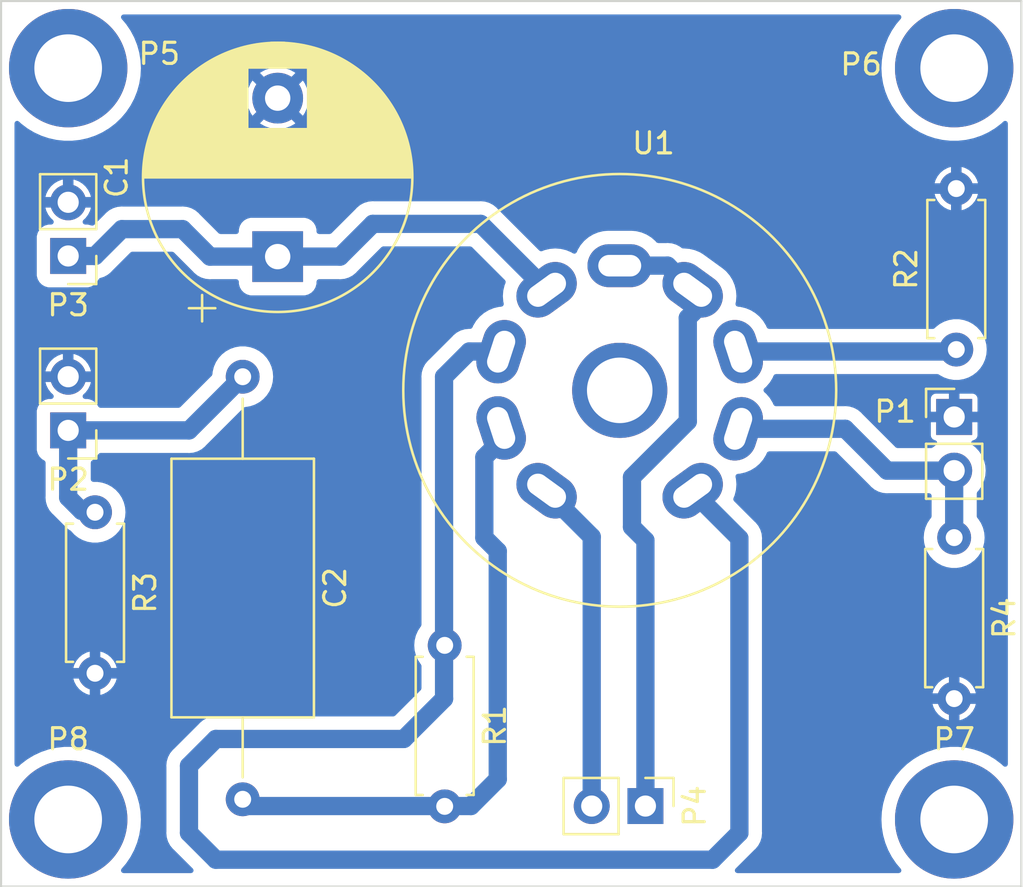
<source format=kicad_pcb>
(kicad_pcb (version 20231231) (generator "pcbnew") (generator_version "7.99")
  (layers (0 "F.Cu" signal "Dessus") (31 "B.Cu" signal "Dessous") (34 "B.Paste" user) (35 "F.Paste" user) (36 "B.SilkS" user "B.Silkscreen") (37 "F.SilkS" user "F.Silkscreen") (38 "B.Mask" user) (39 "F.Mask" user) (44 "Edge.Cuts" user))
  (net 0 "")
  (net 1 "GND")
  (net 2 "Net-(P3-P1)")
  (net 3 "Net-(P2-P1)")
  (net 4 "Net-(U1A-K)")
  (net 5 "Net-(P1-PM)")
  (net 6 "Net-(P4-P1)")
  (net 7 "Net-(P4-PM)")
  (net 8 "Net-(U1A-G)")
  (net 9 "Net-(U1B-K)")
  (footprint "Capacitor_THT:CP_Radial_D12.5mm_P7.50mm" (layer "F.Cu") (at 133.1 102.9 90)
    (property "Reference" "C1" (at 3.75 -7.62 90) (layer "F.SilkS"))
    (property "Value" "10uF")
    (fp_line (start 3.83 -6.33) (end 3.83 6.33) (stroke (width 0.12)) (layer "F.SilkS"))
    (fp_line (start 3.79 -6.33) (end 3.79 6.33) (stroke (width 0.12)) (layer "F.SilkS"))
    (fp_line (start 3.75 -6.33) (end 3.75 6.33) (stroke (width 0.12)) (layer "F.SilkS"))
    (fp_line (start 3.87 -6.329) (end 3.87 6.329) (stroke (width 0.12)) (layer "F.SilkS"))
    (fp_line (start 3.91 -6.328) (end 3.91 6.328) (stroke (width 0.12)) (layer "F.SilkS"))
    (fp_line (start 3.95 -6.327) (end 3.95 6.327) (stroke (width 0.12)) (layer "F.SilkS"))
    (fp_line (start 3.99 -6.326) (end 3.99 6.326) (stroke (width 0.12)) (layer "F.SilkS"))
    (fp_line (start 4.03 -6.324) (end 4.03 6.324) (stroke (width 0.12)) (layer "F.SilkS"))
    (fp_line (start 4.07 -6.322) (end 4.07 6.322) (stroke (width 0.12)) (layer "F.SilkS"))
    (fp_line (start 4.11 -6.32) (end 4.11 6.32) (stroke (width 0.12)) (layer "F.SilkS"))
    (fp_line (start 4.15 -6.318) (end 4.15 6.318) (stroke (width 0.12)) (layer "F.SilkS"))
    (fp_line (start 4.19 -6.315) (end 4.19 6.315) (stroke (width 0.12)) (layer "F.SilkS"))
    (fp_line (start 4.23 -6.312) (end 4.23 6.312) (stroke (width 0.12)) (layer "F.SilkS"))
    (fp_line (start 4.27 -6.309) (end 4.27 6.309) (stroke (width 0.12)) (layer "F.SilkS"))
    (fp_line (start 4.31 -6.306) (end 4.31 6.306) (stroke (width 0.12)) (layer "F.SilkS"))
    (fp_line (start 4.35 -6.302) (end 4.35 6.302) (stroke (width 0.12)) (layer "F.SilkS"))
    (fp_line (start 4.39 -6.298) (end 4.39 6.298) (stroke (width 0.12)) (layer "F.SilkS"))
    (fp_line (start 4.43 -6.294) (end 4.43 6.294) (stroke (width 0.12)) (layer "F.SilkS"))
    (fp_line (start 4.471 -6.29) (end 4.471 6.29) (stroke (width 0.12)) (layer "F.SilkS"))
    (fp_line (start 4.511 -6.285) (end 4.511 6.285) (stroke (width 0.12)) (layer "F.SilkS"))
    (fp_line (start 4.551 -6.28) (end 4.551 6.28) (stroke (width 0.12)) (layer "F.SilkS"))
    (fp_line (start 4.591 -6.275) (end 4.591 6.275) (stroke (width 0.12)) (layer "F.SilkS"))
    (fp_line (start 4.631 -6.269) (end 4.631 6.269) (stroke (width 0.12)) (layer "F.SilkS"))
    (fp_line (start 4.671 -6.264) (end 4.671 6.264) (stroke (width 0.12)) (layer "F.SilkS"))
    (fp_line (start 4.711 -6.258) (end 4.711 6.258) (stroke (width 0.12)) (layer "F.SilkS"))
    (fp_line (start 4.751 -6.252) (end 4.751 6.252) (stroke (width 0.12)) (layer "F.SilkS"))
    (fp_line (start 4.791 -6.245) (end 4.791 6.245) (stroke (width 0.12)) (layer "F.SilkS"))
    (fp_line (start 4.831 -6.238) (end 4.831 6.238) (stroke (width 0.12)) (layer "F.SilkS"))
    (fp_line (start 4.871 -6.231) (end 4.871 6.231) (stroke (width 0.12)) (layer "F.SilkS"))
    (fp_line (start 4.911 -6.224) (end 4.911 6.224) (stroke (width 0.12)) (layer "F.SilkS"))
    (fp_line (start 4.951 -6.216) (end 4.951 6.216) (stroke (width 0.12)) (layer "F.SilkS"))
    (fp_line (start 4.991 -6.209) (end 4.991 6.209) (stroke (width 0.12)) (layer "F.SilkS"))
    (fp_line (start 5.031 -6.201) (end 5.031 6.201) (stroke (width 0.12)) (layer "F.SilkS"))
    (fp_line (start 5.071 -6.192) (end 5.071 6.192) (stroke (width 0.12)) (layer "F.SilkS"))
    (fp_line (start 5.111 -6.184) (end 5.111 6.184) (stroke (width 0.12)) (layer "F.SilkS"))
    (fp_line (start 5.151 -6.175) (end 5.151 6.175) (stroke (width 0.12)) (layer "F.SilkS"))
    (fp_line (start 5.191 -6.166) (end 5.191 6.166) (stroke (width 0.12)) (layer "F.SilkS"))
    (fp_line (start 5.231 -6.156) (end 5.231 6.156) (stroke (width 0.12)) (layer "F.SilkS"))
    (fp_line (start 5.271 -6.146) (end 5.271 6.146) (stroke (width 0.12)) (layer "F.SilkS"))
    (fp_line (start 5.311 -6.137) (end 5.311 6.137) (stroke (width 0.12)) (layer "F.SilkS"))
    (fp_line (start 5.351 -6.126) (end 5.351 6.126) (stroke (width 0.12)) (layer "F.SilkS"))
    (fp_line (start 5.391 -6.116) (end 5.391 6.116) (stroke (width 0.12)) (layer "F.SilkS"))
    (fp_line (start 5.431 -6.105) (end 5.431 6.105) (stroke (width 0.12)) (layer "F.SilkS"))
    (fp_line (start 5.471 -6.094) (end 5.471 6.094) (stroke (width 0.12)) (layer "F.SilkS"))
    (fp_line (start 5.511 -6.083) (end 5.511 6.083) (stroke (width 0.12)) (layer "F.SilkS"))
    (fp_line (start 5.551 -6.071) (end 5.551 6.071) (stroke (width 0.12)) (layer "F.SilkS"))
    (fp_line (start 5.591 -6.059) (end 5.591 6.059) (stroke (width 0.12)) (layer "F.SilkS"))
    (fp_line (start 5.631 -6.047) (end 5.631 6.047) (stroke (width 0.12)) (layer "F.SilkS"))
    (fp_line (start 5.671 -6.034) (end 5.671 6.034) (stroke (width 0.12)) (layer "F.SilkS"))
    (fp_line (start 5.711 -6.021) (end 5.711 6.021) (stroke (width 0.12)) (layer "F.SilkS"))
    (fp_line (start 5.751 -6.008) (end 5.751 6.008) (stroke (width 0.12)) (layer "F.SilkS"))
    (fp_line (start 5.791 -5.995) (end 5.791 5.995) (stroke (width 0.12)) (layer "F.SilkS"))
    (fp_line (start 5.831 -5.981) (end 5.831 5.981) (stroke (width 0.12)) (layer "F.SilkS"))
    (fp_line (start 5.871 -5.967) (end 5.871 5.967) (stroke (width 0.12)) (layer "F.SilkS"))
    (fp_line (start 5.911 -5.953) (end 5.911 5.953) (stroke (width 0.12)) (layer "F.SilkS"))
    (fp_line (start 5.951 -5.939) (end 5.951 5.939) (stroke (width 0.12)) (layer "F.SilkS"))
    (fp_line (start 5.991 -5.924) (end 5.991 5.924) (stroke (width 0.12)) (layer "F.SilkS"))
    (fp_line (start 6.031 -5.908) (end 6.031 5.908) (stroke (width 0.12)) (layer "F.SilkS"))
    (fp_line (start 6.071 -5.893) (end 6.071 -1.44) (stroke (width 0.12)) (layer "F.SilkS"))
    (fp_line (start 6.111 -5.877) (end 6.111 -1.44) (stroke (width 0.12)) (layer "F.SilkS"))
    (fp_line (start 6.151 -5.861) (end 6.151 -1.44) (stroke (width 0.12)) (layer "F.SilkS"))
    (fp_line (start 6.191 -5.845) (end 6.191 -1.44) (stroke (width 0.12)) (layer "F.SilkS"))
    (fp_line (start 6.231 -5.828) (end 6.231 -1.44) (stroke (width 0.12)) (layer "F.SilkS"))
    (fp_line (start 6.271 -5.811) (end 6.271 -1.44) (stroke (width 0.12)) (layer "F.SilkS"))
    (fp_line (start 6.311 -5.793) (end 6.311 -1.44) (stroke (width 0.12)) (layer "F.SilkS"))
    (fp_line (start 6.351 -5.776) (end 6.351 -1.44) (stroke (width 0.12)) (layer "F.SilkS"))
    (fp_line (start 6.391 -5.758) (end 6.391 -1.44) (stroke (width 0.12)) (layer "F.SilkS"))
    (fp_line (start 6.431 -5.739) (end 6.431 -1.44) (stroke (width 0.12)) (layer "F.SilkS"))
    (fp_line (start 6.471 -5.721) (end 6.471 -1.44) (stroke (width 0.12)) (layer "F.SilkS"))
    (fp_line (start 6.511 -5.702) (end 6.511 -1.44) (stroke (width 0.12)) (layer "F.SilkS"))
    (fp_line (start 6.551 -5.682) (end 6.551 -1.44) (stroke (width 0.12)) (layer "F.SilkS"))
    (fp_line (start 6.591 -5.662) (end 6.591 -1.44) (stroke (width 0.12)) (layer "F.SilkS"))
    (fp_line (start 6.631 -5.642) (end 6.631 -1.44) (stroke (width 0.12)) (layer "F.SilkS"))
    (fp_line (start 6.671 -5.622) (end 6.671 -1.44) (stroke (width 0.12)) (layer "F.SilkS"))
    (fp_line (start 6.711 -5.601) (end 6.711 -1.44) (stroke (width 0.12)) (layer "F.SilkS"))
    (fp_line (start 6.751 -5.58) (end 6.751 -1.44) (stroke (width 0.12)) (layer "F.SilkS"))
    (fp_line (start 6.791 -5.558) (end 6.791 -1.44) (stroke (width 0.12)) (layer "F.SilkS"))
    (fp_line (start 6.831 -5.536) (end 6.831 -1.44) (stroke (width 0.12)) (layer "F.SilkS"))
    (fp_line (start 6.871 -5.514) (end 6.871 -1.44) (stroke (width 0.12)) (layer "F.SilkS"))
    (fp_line (start 6.911 -5.491) (end 6.911 -1.44) (stroke (width 0.12)) (layer "F.SilkS"))
    (fp_line (start 6.951 -5.468) (end 6.951 -1.44) (stroke (width 0.12)) (layer "F.SilkS"))
    (fp_line (start 6.991 -5.445) (end 6.991 -1.44) (stroke (width 0.12)) (layer "F.SilkS"))
    (fp_line (start 7.031 -5.421) (end 7.031 -1.44) (stroke (width 0.12)) (layer "F.SilkS"))
    (fp_line (start 7.071 -5.397) (end 7.071 -1.44) (stroke (width 0.12)) (layer "F.SilkS"))
    (fp_line (start 7.111 -5.372) (end 7.111 -1.44) (stroke (width 0.12)) (layer "F.SilkS"))
    (fp_line (start 7.151 -5.347) (end 7.151 -1.44) (stroke (width 0.12)) (layer "F.SilkS"))
    (fp_line (start 7.191 -5.322) (end 7.191 -1.44) (stroke (width 0.12)) (layer "F.SilkS"))
    (fp_line (start 7.231 -5.296) (end 7.231 -1.44) (stroke (width 0.12)) (layer "F.SilkS"))
    (fp_line (start 7.271 -5.27) (end 7.271 -1.44) (stroke (width 0.12)) (layer "F.SilkS"))
    (fp_line (start 7.311 -5.243) (end 7.311 -1.44) (stroke (width 0.12)) (layer "F.SilkS"))
    (fp_line (start 7.351 -5.216) (end 7.351 -1.44) (stroke (width 0.12)) (layer "F.SilkS"))
    (fp_line (start 7.391 -5.188) (end 7.391 -1.44) (stroke (width 0.12)) (layer "F.SilkS"))
    (fp_line (start 7.431 -5.16) (end 7.431 -1.44) (stroke (width 0.12)) (layer "F.SilkS"))
    (fp_line (start 7.471 -5.131) (end 7.471 -1.44) (stroke (width 0.12)) (layer "F.SilkS"))
    (fp_line (start 7.511 -5.102) (end 7.511 -1.44) (stroke (width 0.12)) (layer "F.SilkS"))
    (fp_line (start 7.551 -5.073) (end 7.551 -1.44) (stroke (width 0.12)) (layer "F.SilkS"))
    (fp_line (start 7.591 -5.043) (end 7.591 -1.44) (stroke (width 0.12)) (layer "F.SilkS"))
    (fp_line (start 7.631 -5.012) (end 7.631 -1.44) (stroke (width 0.12)) (layer "F.SilkS"))
    (fp_line (start 7.671 -4.982) (end 7.671 -1.44) (stroke (width 0.12)) (layer "F.SilkS"))
    (fp_line (start 7.711 -4.95) (end 7.711 -1.44) (stroke (width 0.12)) (layer "F.SilkS"))
    (fp_line (start 7.751 -4.918) (end 7.751 -1.44) (stroke (width 0.12)) (layer "F.SilkS"))
    (fp_line (start 7.791 -4.885) (end 7.791 -1.44) (stroke (width 0.12)) (layer "F.SilkS"))
    (fp_line (start 7.831 -4.852) (end 7.831 -1.44) (stroke (width 0.12)) (layer "F.SilkS"))
    (fp_line (start 7.871 -4.819) (end 7.871 -1.44) (stroke (width 0.12)) (layer "F.SilkS"))
    (fp_line (start 7.911 -4.785) (end 7.911 -1.44) (stroke (width 0.12)) (layer "F.SilkS"))
    (fp_line (start 7.951 -4.75) (end 7.951 -1.44) (stroke (width 0.12)) (layer "F.SilkS"))
    (fp_line (start 7.991 -4.714) (end 7.991 -1.44) (stroke (width 0.12)) (layer "F.SilkS"))
    (fp_line (start 8.031 -4.678) (end 8.031 -1.44) (stroke (width 0.12)) (layer "F.SilkS"))
    (fp_line (start 8.071 -4.642) (end 8.071 -1.44) (stroke (width 0.12)) (layer "F.SilkS"))
    (fp_line (start 8.111 -4.605) (end 8.111 -1.44) (stroke (width 0.12)) (layer "F.SilkS"))
    (fp_line (start 8.151 -4.567) (end 8.151 -1.44) (stroke (width 0.12)) (layer "F.SilkS"))
    (fp_line (start 8.191 -4.528) (end 8.191 -1.44) (stroke (width 0.12)) (layer "F.SilkS"))
    (fp_line (start 8.231 -4.489) (end 8.231 -1.44) (stroke (width 0.12)) (layer "F.SilkS"))
    (fp_line (start 8.271 -4.449) (end 8.271 -1.44) (stroke (width 0.12)) (layer "F.SilkS"))
    (fp_line (start 8.311 -4.408) (end 8.311 -1.44) (stroke (width 0.12)) (layer "F.SilkS"))
    (fp_line (start 8.351 -4.367) (end 8.351 -1.44) (stroke (width 0.12)) (layer "F.SilkS"))
    (fp_line (start 8.391 -4.325) (end 8.391 -1.44) (stroke (width 0.12)) (layer "F.SilkS"))
    (fp_line (start 8.431 -4.282) (end 8.431 -1.44) (stroke (width 0.12)) (layer "F.SilkS"))
    (fp_line (start 8.471 -4.238) (end 8.471 -1.44) (stroke (width 0.12)) (layer "F.SilkS"))
    (fp_line (start -2.442082 -4.2) (end -2.442082 -2.95) (stroke (width 0.12)) (layer "F.SilkS"))
    (fp_line (start 8.511 -4.194) (end 8.511 -1.44) (stroke (width 0.12)) (layer "F.SilkS"))
    (fp_line (start 8.551 -4.148) (end 8.551 -1.44) (stroke (width 0.12)) (layer "F.SilkS"))
    (fp_line (start 8.591 -4.102) (end 8.591 -1.44) (stroke (width 0.12)) (layer "F.SilkS"))
    (fp_line (start 8.631 -4.055) (end 8.631 -1.44) (stroke (width 0.12)) (layer "F.SilkS"))
    (fp_line (start 8.671 -4.007) (end 8.671 -1.44) (stroke (width 0.12)) (layer "F.SilkS"))
    (fp_line (start 8.711 -3.957) (end 8.711 -1.44) (stroke (width 0.12)) (layer "F.SilkS"))
    (fp_line (start 8.751 -3.907) (end 8.751 -1.44) (stroke (width 0.12)) (layer "F.SilkS"))
    (fp_line (start 8.791 -3.856) (end 8.791 -1.44) (stroke (width 0.12)) (layer "F.SilkS"))
    (fp_line (start 8.831 -3.804) (end 8.831 -1.44) (stroke (width 0.12)) (layer "F.SilkS"))
    (fp_line (start 8.871 -3.75) (end 8.871 -1.44) (stroke (width 0.12)) (layer "F.SilkS"))
    (fp_line (start 8.911 -3.696) (end 8.911 -1.44) (stroke (width 0.12)) (layer "F.SilkS"))
    (fp_line (start 8.951 -3.64) (end 8.951 3.64) (stroke (width 0.12)) (layer "F.SilkS"))
    (fp_line (start 8.991 -3.583) (end 8.991 3.583) (stroke (width 0.12)) (layer "F.SilkS"))
    (fp_line (start -3.067082 -3.575) (end -1.817082 -3.575) (stroke (width 0.12)) (layer "F.SilkS"))
    (fp_line (start 9.031 -3.524) (end 9.031 3.524) (stroke (width 0.12)) (layer "F.SilkS"))
    (fp_line (start 9.071 -3.464) (end 9.071 3.464) (stroke (width 0.12)) (layer "F.SilkS"))
    (fp_line (start 9.111 -3.402) (end 9.111 3.402) (stroke (width 0.12)) (layer "F.SilkS"))
    (fp_line (start 9.151 -3.339) (end 9.151 3.339) (stroke (width 0.12)) (layer "F.SilkS"))
    (fp_line (start 9.191 -3.275) (end 9.191 3.275) (stroke (width 0.12)) (layer "F.SilkS"))
    (fp_line (start 9.231 -3.208) (end 9.231 3.208) (stroke (width 0.12)) (layer "F.SilkS"))
    (fp_line (start 9.271 -3.14) (end 9.271 3.14) (stroke (width 0.12)) (layer "F.SilkS"))
    (fp_line (start 9.311 -3.069) (end 9.311 3.069) (stroke (width 0.12)) (layer "F.SilkS"))
    (fp_line (start 9.351 -2.996) (end 9.351 2.996) (stroke (width 0.12)) (layer "F.SilkS"))
    (fp_line (start 9.391 -2.921) (end 9.391 2.921) (stroke (width 0.12)) (layer "F.SilkS"))
    (fp_line (start 9.431 -2.844) (end 9.431 2.844) (stroke (width 0.12)) (layer "F.SilkS"))
    (fp_line (start 9.471 -2.764) (end 9.471 2.764) (stroke (width 0.12)) (layer "F.SilkS"))
    (fp_line (start 9.511 -2.681) (end 9.511 2.681) (stroke (width 0.12)) (layer "F.SilkS"))
    (fp_line (start 9.551 -2.594) (end 9.551 2.594) (stroke (width 0.12)) (layer "F.SilkS"))
    (fp_line (start 9.591 -2.504) (end 9.591 2.504) (stroke (width 0.12)) (layer "F.SilkS"))
    (fp_line (start 9.631 -2.41) (end 9.631 2.41) (stroke (width 0.12)) (layer "F.SilkS"))
    (fp_line (start 9.671 -2.312) (end 9.671 2.312) (stroke (width 0.12)) (layer "F.SilkS"))
    (fp_line (start 9.711 -2.209) (end 9.711 2.209) (stroke (width 0.12)) (layer "F.SilkS"))
    (fp_line (start 9.751 -2.1) (end 9.751 2.1) (stroke (width 0.12)) (layer "F.SilkS"))
    (fp_line (start 9.791 -1.984) (end 9.791 1.984) (stroke (width 0.12)) (layer "F.SilkS"))
    (fp_line (start 9.831 -1.861) (end 9.831 1.861) (stroke (width 0.12)) (layer "F.SilkS"))
    (fp_line (start 9.871 -1.728) (end 9.871 1.728) (stroke (width 0.12)) (layer "F.SilkS"))
    (fp_line (start 9.911 -1.583) (end 9.911 1.583) (stroke (width 0.12)) (layer "F.SilkS"))
    (fp_line (start 9.951 -1.422) (end 9.951 1.422) (stroke (width 0.12)) (layer "F.SilkS"))
    (fp_line (start 9.991 -1.241) (end 9.991 1.241) (stroke (width 0.12)) (layer "F.SilkS"))
    (fp_line (start 10.031 -1.028) (end 10.031 1.028) (stroke (width 0.12)) (layer "F.SilkS"))
    (fp_line (start 10.071 -0.757) (end 10.071 0.757) (stroke (width 0.12)) (layer "F.SilkS"))
    (fp_line (start 10.111 -0.317) (end 10.111 0.317) (stroke (width 0.12)) (layer "F.SilkS"))
    (fp_line (start 8.911 1.44) (end 8.911 3.696) (stroke (width 0.12)) (layer "F.SilkS"))
    (fp_line (start 8.871 1.44) (end 8.871 3.75) (stroke (width 0.12)) (layer "F.SilkS"))
    (fp_line (start 8.831 1.44) (end 8.831 3.804) (stroke (width 0.12)) (layer "F.SilkS"))
    (fp_line (start 8.791 1.44) (end 8.791 3.856) (stroke (width 0.12)) (layer "F.SilkS"))
    (fp_line (start 8.751 1.44) (end 8.751 3.907) (stroke (width 0.12)) (layer "F.SilkS"))
    (fp_line (start 8.711 1.44) (end 8.711 3.957) (stroke (width 0.12)) (layer "F.SilkS"))
    (fp_line (start 8.671 1.44) (end 8.671 4.007) (stroke (width 0.12)) (layer "F.SilkS"))
    (fp_line (start 8.631 1.44) (end 8.631 4.055) (stroke (width 0.12)) (layer "F.SilkS"))
    (fp_line (start 8.591 1.44) (end 8.591 4.102) (stroke (width 0.12)) (layer "F.SilkS"))
    (fp_line (start 8.551 1.44) (end 8.551 4.148) (stroke (width 0.12)) (layer "F.SilkS"))
    (fp_line (start 8.511 1.44) (end 8.511 4.194) (stroke (width 0.12)) (layer "F.SilkS"))
    (fp_line (start 8.471 1.44) (end 8.471 4.238) (stroke (width 0.12)) (layer "F.SilkS"))
    (fp_line (start 8.431 1.44) (end 8.431 4.282) (stroke (width 0.12)) (layer "F.SilkS"))
    (fp_line (start 8.391 1.44) (end 8.391 4.325) (stroke (width 0.12)) (layer "F.SilkS"))
    (fp_line (start 8.351 1.44) (end 8.351 4.367) (stroke (width 0.12)) (layer "F.SilkS"))
    (fp_line (start 8.311 1.44) (end 8.311 4.408) (stroke (width 0.12)) (layer "F.SilkS"))
    (fp_line (start 8.271 1.44) (end 8.271 4.449) (stroke (width 0.12)) (layer "F.SilkS"))
    (fp_line (start 8.231 1.44) (end 8.231 4.489) (stroke (width 0.12)) (layer "F.SilkS"))
    (fp_line (start 8.191 1.44) (end 8.191 4.528) (stroke (width 0.12)) (layer "F.SilkS"))
    (fp_line (start 8.151 1.44) (end 8.151 4.567) (stroke (width 0.12)) (layer "F.SilkS"))
    (fp_line (start 8.111 1.44) (end 8.111 4.605) (stroke (width 0.12)) (layer "F.SilkS"))
    (fp_line (start 8.071 1.44) (end 8.071 4.642) (stroke (width 0.12)) (layer "F.SilkS"))
    (fp_line (start 8.031 1.44) (end 8.031 4.678) (stroke (width 0.12)) (layer "F.SilkS"))
    (fp_line (start 7.991 1.44) (end 7.991 4.714) (stroke (width 0.12)) (layer "F.SilkS"))
    (fp_line (start 7.951 1.44) (end 7.951 4.75) (stroke (width 0.12)) (layer "F.SilkS"))
    (fp_line (start 7.911 1.44) (end 7.911 4.785) (stroke (width 0.12)) (layer "F.SilkS"))
    (fp_line (start 7.871 1.44) (end 7.871 4.819) (stroke (width 0.12)) (layer "F.SilkS"))
    (fp_line (start 7.831 1.44) (end 7.831 4.852) (stroke (width 0.12)) (layer "F.SilkS"))
    (fp_line (start 7.791 1.44) (end 7.791 4.885) (stroke (width 0.12)) (layer "F.SilkS"))
    (fp_line (start 7.751 1.44) (end 7.751 4.918) (stroke (width 0.12)) (layer "F.SilkS"))
    (fp_line (start 7.711 1.44) (end 7.711 4.95) (stroke (width 0.12)) (layer "F.SilkS"))
    (fp_line (start 7.671 1.44) (end 7.671 4.982) (stroke (width 0.12)) (layer "F.SilkS"))
    (fp_line (start 7.631 1.44) (end 7.631 5.012) (stroke (width 0.12)) (layer "F.SilkS"))
    (fp_line (start 7.591 1.44) (end 7.591 5.043) (stroke (width 0.12)) (layer "F.SilkS"))
    (fp_line (start 7.551 1.44) (end 7.551 5.073) (stroke (width 0.12)) (layer "F.SilkS"))
    (fp_line (start 7.511 1.44) (end 7.511 5.102) (stroke (width 0.12)) (layer "F.SilkS"))
    (fp_line (start 7.471 1.44) (end 7.471 5.131) (stroke (width 0.12)) (layer "F.SilkS"))
    (fp_line (start 7.431 1.44) (end 7.431 5.16) (stroke (width 0.12)) (layer "F.SilkS"))
    (fp_line (start 7.391 1.44) (end 7.391 5.188) (stroke (width 0.12)) (layer "F.SilkS"))
    (fp_line (start 7.351 1.44) (end 7.351 5.216) (stroke (width 0.12)) (layer "F.SilkS"))
    (fp_line (start 7.311 1.44) (end 7.311 5.243) (stroke (width 0.12)) (layer "F.SilkS"))
    (fp_line (start 7.271 1.44) (end 7.271 5.27) (stroke (width 0.12)) (layer "F.SilkS"))
    (fp_line (start 7.231 1.44) (end 7.231 5.296) (stroke (width 0.12)) (layer "F.SilkS"))
    (fp_line (start 7.191 1.44) (end 7.191 5.322) (stroke (width 0.12)) (layer "F.SilkS"))
    (fp_line (start 7.151 1.44) (end 7.151 5.347) (stroke (width 0.12)) (layer "F.SilkS"))
    (fp_line (start 7.111 1.44) (end 7.111 5.372) (stroke (width 0.12)) (layer "F.SilkS"))
    (fp_line (start 7.071 1.44) (end 7.071 5.397) (stroke (width 0.12)) (layer "F.SilkS"))
    (fp_line (start 7.031 1.44) (end 7.031 5.421) (stroke (width 0.12)) (layer "F.SilkS"))
    (fp_line (start 6.991 1.44) (end 6.991 5.445) (stroke (width 0.12)) (layer "F.SilkS"))
    (fp_line (start 6.951 1.44) (end 6.951 5.468) (stroke (width 0.12)) (layer "F.SilkS"))
    (fp_line (start 6.911 1.44) (end 6.911 5.491) (stroke (width 0.12)) (layer "F.SilkS"))
    (fp_line (start 6.871 1.44) (end 6.871 5.514) (stroke (width 0.12)) (layer "F.SilkS"))
    (fp_line (start 6.831 1.44) (end 6.831 5.536) (stroke (width 0.12)) (layer "F.SilkS"))
    (fp_line (start 6.791 1.44) (end 6.791 5.558) (stroke (width 0.12)) (layer "F.SilkS"))
    (fp_line (start 6.751 1.44) (end 6.751 5.58) (stroke (width 0.12)) (layer "F.SilkS"))
    (fp_line (start 6.711 1.44) (end 6.711 5.601) (stroke (width 0.12)) (layer "F.SilkS"))
    (fp_line (start 6.671 1.44) (end 6.671 5.622) (stroke (width 0.12)) (layer "F.SilkS"))
    (fp_line (start 6.631 1.44) (end 6.631 5.642) (stroke (width 0.12)) (layer "F.SilkS"))
    (fp_line (start 6.591 1.44) (end 6.591 5.662) (stroke (width 0.12)) (layer "F.SilkS"))
    (fp_line (start 6.551 1.44) (end 6.551 5.682) (stroke (width 0.12)) (layer "F.SilkS"))
    (fp_line (start 6.511 1.44) (end 6.511 5.702) (stroke (width 0.12)) (layer "F.SilkS"))
    (fp_line (start 6.471 1.44) (end 6.471 5.721) (stroke (width 0.12)) (layer "F.SilkS"))
    (fp_line (start 6.431 1.44) (end 6.431 5.739) (stroke (width 0.12)) (layer "F.SilkS"))
    (fp_line (start 6.391 1.44) (end 6.391 5.758) (stroke (width 0.12)) (layer "F.SilkS"))
    (fp_line (start 6.351 1.44) (end 6.351 5.776) (stroke (width 0.12)) (layer "F.SilkS"))
    (fp_line (start 6.311 1.44) (end 6.311 5.793) (stroke (width 0.12)) (layer "F.SilkS"))
    (fp_line (start 6.271 1.44) (end 6.271 5.811) (stroke (width 0.12)) (layer "F.SilkS"))
    (fp_line (start 6.231 1.44) (end 6.231 5.828) (stroke (width 0.12)) (layer "F.SilkS"))
    (fp_line (start 6.191 1.44) (end 6.191 5.845) (stroke (width 0.12)) (layer "F.SilkS"))
    (fp_line (start 6.151 1.44) (end 6.151 5.861) (stroke (width 0.12)) (layer "F.SilkS"))
    (fp_line (start 6.111 1.44) (end 6.111 5.877) (stroke (width 0.12)) (layer "F.SilkS"))
    (fp_line (start 6.071 1.44) (end 6.071 5.893) (stroke (width 0.12)) (layer "F.SilkS"))
    (fp_circle (center 3.75 0) (end 10.12 0) (stroke (width 0.12)) (fill none) (layer "F.SilkS"))
    (pad "1" thru_hole rect (at 0 0 90) (size 2.4 2.4) (drill 1.2) (layers "*.Cu" "*.Mask") (net 2 "Net-(P3-P1)"))
    (pad "2" thru_hole circle (at 7.5 0 90) (size 2.4 2.4) (drill 1.2) (layers "*.Cu" "*.Mask") (net 1 "GND"))
  )
  (footprint "Resistor_THT:R_Axial_DIN0207_L6.3mm_D2.5mm_P7.62mm_Horizontal" (layer "F.Cu") (at 141 121.3 -90)
    (property "Reference" "R1" (at 3.81 -2.37 -90) (layer "F.SilkS"))
    (property "Value" "1.5K")
    (fp_line (start 0.54 1.37) (end 7.08 1.37) (stroke (width 0.12)) (layer "F.SilkS"))
    (fp_line (start 7.08 1.37) (end 7.08 1.04) (stroke (width 0.12)) (layer "F.SilkS"))
    (fp_line (start 0.54 1.04) (end 0.54 1.37) (stroke (width 0.12)) (layer "F.SilkS"))
    (fp_line (start 0.54 -1.04) (end 0.54 -1.37) (stroke (width 0.12)) (layer "F.SilkS"))
    (fp_line (start 0.54 -1.37) (end 7.08 -1.37) (stroke (width 0.12)) (layer "F.SilkS"))
    (fp_line (start 7.08 -1.37) (end 7.08 -1.04) (stroke (width 0.12)) (layer "F.SilkS"))
    (pad "1" thru_hole circle (at 0 0 270) (size 1.6 1.6) (drill 0.8) (layers "*.Cu" "*.Mask") (net 8 "Net-(U1A-G)"))
    (pad "2" thru_hole oval (at 7.62 0 270) (size 1.6 1.6) (drill 0.8) (layers "*.Cu" "*.Mask") (net 4 "Net-(U1A-K)"))
  )
  (footprint "Resistor_THT:R_Axial_DIN0207_L6.3mm_D2.5mm_P7.62mm_Horizontal" (layer "F.Cu") (at 165.2 107.3 90)
    (property "Reference" "R2" (at 3.81 -2.37 90) (layer "F.SilkS"))
    (property "Value" "1.5K")
    (fp_line (start 7.08 -1.37) (end 7.08 -1.04) (stroke (width 0.12)) (layer "F.SilkS"))
    (fp_line (start 0.54 -1.37) (end 7.08 -1.37) (stroke (width 0.12)) (layer "F.SilkS"))
    (fp_line (start 0.54 -1.04) (end 0.54 -1.37) (stroke (width 0.12)) (layer "F.SilkS"))
    (fp_line (start 0.54 1.04) (end 0.54 1.37) (stroke (width 0.12)) (layer "F.SilkS"))
    (fp_line (start 7.08 1.37) (end 7.08 1.04) (stroke (width 0.12)) (layer "F.SilkS"))
    (fp_line (start 0.54 1.37) (end 7.08 1.37) (stroke (width 0.12)) (layer "F.SilkS"))
    (pad "1" thru_hole circle (at 0 0 90) (size 1.6 1.6) (drill 0.8) (layers "*.Cu" "*.Mask") (net 9 "Net-(U1B-K)"))
    (pad "2" thru_hole oval (at 7.62 0 90) (size 1.6 1.6) (drill 0.8) (layers "*.Cu" "*.Mask") (net 1 "GND"))
  )
  (footprint "Resistor_THT:R_Axial_DIN0207_L6.3mm_D2.5mm_P7.62mm_Horizontal" (layer "F.Cu") (at 124.46 115 -90)
    (property "Reference" "R3" (at 3.81 -2.37 -90) (layer "F.SilkS"))
    (property "Value" "100K")
    (fp_line (start 0.54 1.37) (end 7.08 1.37) (stroke (width 0.12)) (layer "F.SilkS"))
    (fp_line (start 7.08 1.37) (end 7.08 1.04) (stroke (width 0.12)) (layer "F.SilkS"))
    (fp_line (start 0.54 1.04) (end 0.54 1.37) (stroke (width 0.12)) (layer "F.SilkS"))
    (fp_line (start 0.54 -1.04) (end 0.54 -1.37) (stroke (width 0.12)) (layer "F.SilkS"))
    (fp_line (start 0.54 -1.37) (end 7.08 -1.37) (stroke (width 0.12)) (layer "F.SilkS"))
    (fp_line (start 7.08 -1.37) (end 7.08 -1.04) (stroke (width 0.12)) (layer "F.SilkS"))
    (pad "1" thru_hole circle (at 0 0 270) (size 1.6 1.6) (drill 0.8) (layers "*.Cu" "*.Mask") (net 3 "Net-(P2-P1)"))
    (pad "2" thru_hole oval (at 7.62 0 270) (size 1.6 1.6) (drill 0.8) (layers "*.Cu" "*.Mask") (net 1 "GND"))
  )
  (footprint "Resistor_THT:R_Axial_DIN0207_L6.3mm_D2.5mm_P7.62mm_Horizontal" (layer "F.Cu") (at 165.1 116.2 -90)
    (property "Reference" "R4" (at 3.81 -2.37 -90) (layer "F.SilkS"))
    (property "Value" "47K")
    (fp_line (start 0.54 1.37) (end 7.08 1.37) (stroke (width 0.12)) (layer "F.SilkS"))
    (fp_line (start 7.08 1.37) (end 7.08 1.04) (stroke (width 0.12)) (layer "F.SilkS"))
    (fp_line (start 0.54 1.04) (end 0.54 1.37) (stroke (width 0.12)) (layer "F.SilkS"))
    (fp_line (start 0.54 -1.04) (end 0.54 -1.37) (stroke (width 0.12)) (layer "F.SilkS"))
    (fp_line (start 0.54 -1.37) (end 7.08 -1.37) (stroke (width 0.12)) (layer "F.SilkS"))
    (fp_line (start 7.08 -1.37) (end 7.08 -1.04) (stroke (width 0.12)) (layer "F.SilkS"))
    (pad "1" thru_hole circle (at 0 0 270) (size 1.6 1.6) (drill 0.8) (layers "*.Cu" "*.Mask") (net 5 "Net-(P1-PM)"))
    (pad "2" thru_hole oval (at 7.62 0 270) (size 1.6 1.6) (drill 0.8) (layers "*.Cu" "*.Mask") (net 1 "GND"))
  )
  (footprint "Footprints:MountingHole_3.2mm_M3_DIN965_Pad" (layer "F.Cu") (at 123.19 93.98)
    (property "Reference" "P5" (at 4.31 -0.68 0) (layer "F.SilkS"))
    (property "Value" "CONN_1")
    (pad "1" thru_hole circle (at 0 0) (size 5.6 5.6) (drill 3.2) (layers "*.Cu" "*.Mask"))
  )
  (footprint "Footprints:MountingHole_3.2mm_M3_DIN965_Pad" (layer "F.Cu") (at 165.1 93.98)
    (property "Reference" "P6" (at -4.4 -0.18 0) (layer "F.SilkS"))
    (property "Value" "CONN_1")
    (pad "1" thru_hole circle (at 0 0) (size 5.6 5.6) (drill 3.2) (layers "*.Cu" "*.Mask"))
  )
  (footprint "Footprints:MountingHole_3.2mm_M3_DIN965_Pad" (layer "F.Cu") (at 165.1 129.54)
    (property "Reference" "P7" (at 0 -3.8 0) (layer "F.SilkS"))
    (property "Value" "CONN_1")
    (pad "1" thru_hole circle (at 0 0) (size 5.6 5.6) (drill 3.2) (layers "*.Cu" "*.Mask"))
  )
  (footprint "Footprints:MountingHole_3.2mm_M3_DIN965_Pad" (layer "F.Cu") (at 123.19 129.54)
    (property "Reference" "P8" (at 0 -3.8 0) (layer "F.SilkS"))
    (property "Value" "CONN_1")
    (pad "1" thru_hole circle (at 0 0) (size 5.6 5.6) (drill 3.2) (layers "*.Cu" "*.Mask"))
  )
  (footprint "Footprints:Valve_ECC-83-2" (layer "F.Cu") (at 149.28 109.23)
    (property "Reference" "U1" (at 1.596 -11.694 0) (layer "F.SilkS"))
    (property "Value" "ECC83")
    (fp_circle (center 0 0) (end 10.16 1.27) (stroke (width 0.12)) (fill none) (layer "F.SilkS"))
    (pad "" thru_hole circle (at 0 0) (size 4.5 4.5) (drill 3.1) (layers "*.Cu" "*.Mask"))
    (pad "1" thru_hole oval (at 3.45 4.75 306) (size 2.03 3.05) (drill oval 1.02 2.03) (layers "*.Cu" "*.Mask") (net 8 "Net-(U1A-G)"))
    (pad "2" thru_hole oval (at 5.6 1.82 342) (size 2.03 3.05) (drill oval 1.02 2.03) (layers "*.Cu" "*.Mask") (net 5 "Net-(P1-PM)"))
    (pad "3" thru_hole oval (at 5.6 -1.83 18) (size 2.03 3.05) (drill oval 1.02 2.03) (layers "*.Cu" "*.Mask") (net 9 "Net-(U1B-K)"))
    (pad "4" thru_hole oval (at 3.45 -4.76 54) (size 2.03 3.05) (drill oval 1.02 2.03) (layers "*.Cu" "*.Mask") (net 6 "Net-(P4-P1)"))
    (pad "5" thru_hole oval (at 0 -5.9 90) (size 2.03 3.05) (drill oval 1.02 2.03) (layers "*.Cu" "*.Mask") (net 6 "Net-(P4-P1)"))
    (pad "6" thru_hole oval (at -3.46 -4.76 306) (size 2.03 3.05) (drill oval 1.02 2.03) (layers "*.Cu" "*.Mask") (net 2 "Net-(P3-P1)"))
    (pad "7" thru_hole oval (at -5.61 -1.83 342) (size 2.03 3.05) (drill oval 1.02 2.03) (layers "*.Cu" "*.Mask") (net 8 "Net-(U1A-G)"))
    (pad "8" thru_hole oval (at -5.61 1.78 18) (size 2.03 3.05) (drill oval 1.02 2.03) (layers "*.Cu" "*.Mask") (net 4 "Net-(U1A-K)"))
    (pad "9" thru_hole oval (at -3.46 4.75 54) (size 2.03 3.05) (drill oval 1.02 2.03) (layers "*.Cu" "*.Mask") (net 7 "Net-(P4-PM)"))
  )
  (footprint "Capacitor_THT:C_Axial_L12.0mm_D6.5mm_P20.00mm_Horizontal" (layer "F.Cu") (at 131.445 108.585 -90)
    (property "Reference" "C2" (at 10 -4.37 -90) (layer "F.SilkS"))
    (property "Value" "680nF")
    (fp_line (start 3.88 3.37) (end 16.12 3.37) (stroke (width 0.12)) (layer "F.SilkS"))
    (fp_line (start 16.12 3.37) (end 16.12 -3.37) (stroke (width 0.12)) (layer "F.SilkS"))
    (fp_line (start 1.04 0) (end 3.88 0) (stroke (width 0.12)) (layer "F.SilkS"))
    (fp_line (start 18.96 0) (end 16.12 0) (stroke (width 0.12)) (layer "F.SilkS"))
    (fp_line (start 3.88 -3.37) (end 3.88 3.37) (stroke (width 0.12)) (layer "F.SilkS"))
    (fp_line (start 16.12 -3.37) (end 3.88 -3.37) (stroke (width 0.12)) (layer "F.SilkS"))
    (pad "1" thru_hole circle (at 0 0 270) (size 1.6 1.6) (drill 0.8) (layers "*.Cu" "*.Mask") (net 3 "Net-(P2-P1)"))
    (pad "2" thru_hole oval (at 20 0 270) (size 1.6 1.6) (drill 0.8) (layers "*.Cu" "*.Mask") (net 4 "Net-(U1A-K)"))
  )
  (footprint "Connector_PinHeader_2.54mm:PinHeader_1x02_P2.54mm_Vertical" (layer "F.Cu") (at 123.19 111.125 180)
    (property "Reference" "P2" (at 0 -2.33 180) (layer "F.SilkS"))
    (property "Value" "OUT")
    (fp_line (start 1.33 1.27) (end 1.33 3.87) (stroke (width 0.12)) (layer "F.SilkS"))
    (fp_line (start -1.33 3.87) (end 1.33 3.87) (stroke (width 0.12)) (layer "F.SilkS"))
    (fp_line (start -1.33 1.27) (end 1.33 1.27) (stroke (width 0.12)) (layer "F.SilkS"))
    (fp_line (start -1.33 1.27) (end -1.33 3.87) (stroke (width 0.12)) (layer "F.SilkS"))
    (fp_line (start -1.33 0) (end -1.33 -1.33) (stroke (width 0.12)) (layer "F.SilkS"))
    (fp_line (start -1.33 -1.33) (end 0 -1.33) (stroke (width 0.12)) (layer "F.SilkS"))
    (pad "1" thru_hole rect (at 0 0 180) (size 1.7 1.7) (drill 1) (layers "*.Cu" "*.Mask") (net 3 "Net-(P2-P1)"))
    (pad "2" thru_hole oval (at 0 2.54 180) (size 1.7 1.7) (drill 1) (layers "*.Cu" "*.Mask") (net 1 "GND"))
  )
  (footprint "Connector_PinHeader_2.54mm:PinHeader_1x02_P2.54mm_Vertical" (layer "F.Cu") (at 123.19 102.87 180)
    (property "Reference" "P3" (at 0 -2.33 180) (layer "F.SilkS"))
    (property "Value" "POWER")
    (fp_line (start 1.33 1.27) (end 1.33 3.87) (stroke (width 0.12)) (layer "F.SilkS"))
    (fp_line (start -1.33 3.87) (end 1.33 3.87) (stroke (width 0.12)) (layer "F.SilkS"))
    (fp_line (start -1.33 1.27) (end 1.33 1.27) (stroke (width 0.12)) (layer "F.SilkS"))
    (fp_line (start -1.33 1.27) (end -1.33 3.87) (stroke (width 0.12)) (layer "F.SilkS"))
    (fp_line (start -1.33 0) (end -1.33 -1.33) (stroke (width 0.12)) (layer "F.SilkS"))
    (fp_line (start -1.33 -1.33) (end 0 -1.33) (stroke (width 0.12)) (layer "F.SilkS"))
    (pad "1" thru_hole rect (at 0 0 180) (size 1.7 1.7) (drill 1) (layers "*.Cu" "*.Mask") (net 2 "Net-(P3-P1)"))
    (pad "2" thru_hole oval (at 0 2.54 180) (size 1.7 1.7) (drill 1) (layers "*.Cu" "*.Mask") (net 1 "GND"))
  )
  (footprint "Connector_PinHeader_2.54mm:PinHeader_1x02_P2.54mm_Vertical" (layer "F.Cu") (at 165.1 110.49)
    (property "Reference" "P1" (at -2.794 -0.254 0) (layer "F.SilkS"))
    (property "Value" "IN")
    (fp_line (start -1.33 -1.33) (end 0 -1.33) (stroke (width 0.12)) (layer "F.SilkS"))
    (fp_line (start -1.33 0) (end -1.33 -1.33) (stroke (width 0.12)) (layer "F.SilkS"))
    (fp_line (start -1.33 1.27) (end -1.33 3.87) (stroke (width 0.12)) (layer "F.SilkS"))
    (fp_line (start -1.33 1.27) (end 1.33 1.27) (stroke (width 0.12)) (layer "F.SilkS"))
    (fp_line (start -1.33 3.87) (end 1.33 3.87) (stroke (width 0.12)) (layer "F.SilkS"))
    (fp_line (start 1.33 1.27) (end 1.33 3.87) (stroke (width 0.12)) (layer "F.SilkS"))
    (pad "1" thru_hole rect (at 0 0) (size 1.7 1.7) (drill 1) (layers "*.Cu" "*.Mask") (net 1 "GND"))
    (pad "2" thru_hole oval (at 0 2.54) (size 1.7 1.7) (drill 1) (layers "*.Cu" "*.Mask") (net 5 "Net-(P1-PM)"))
  )
  (footprint "Connector_PinHeader_2.54mm:PinHeader_1x02_P2.54mm_Vertical" (layer "F.Cu") (at 150.495 128.905 -90)
    (property "Reference" "P4" (at 0 -2.33 -90) (layer "F.SilkS"))
    (property "Value" "CONN_2")
    (fp_line (start -1.33 3.87) (end 1.33 3.87) (stroke (width 0.12)) (layer "F.SilkS"))
    (fp_line (start -1.33 1.27) (end -1.33 3.87) (stroke (width 0.12)) (layer "F.SilkS"))
    (fp_line (start -1.33 1.27) (end 1.33 1.27) (stroke (width 0.12)) (layer "F.SilkS"))
    (fp_line (start 1.33 1.27) (end 1.33 3.87) (stroke (width 0.12)) (layer "F.SilkS"))
    (fp_line (start -1.33 0) (end -1.33 -1.33) (stroke (width 0.12)) (layer "F.SilkS"))
    (fp_line (start -1.33 -1.33) (end 0 -1.33) (stroke (width 0.12)) (layer "F.SilkS"))
    (pad "1" thru_hole rect (at 0 0 270) (size 1.7 1.7) (drill 1) (layers "*.Cu" "*.Mask") (net 6 "Net-(P4-P1)"))
    (pad "2" thru_hole oval (at 0 2.54 270) (size 1.7 1.7) (drill 1) (layers "*.Cu" "*.Mask") (net 7 "Net-(P4-PM)"))
  )
  (gr_line (start 168.275 90.805) (end 168.275 132.715) (stroke (width 0.1)) (layer "Edge.Cuts"))
  (gr_line (start 120.015 90.805) (end 120.015 132.715) (stroke (width 0.1)) (layer "Edge.Cuts"))
  (gr_line (start 168.275 90.805) (end 120.015 90.805) (stroke (width 0.1)) (layer "Edge.Cuts"))
  (gr_line (start 168.275 132.715) (end 120.015 132.715) (stroke (width 0.1)) (layer "Edge.Cuts"))
  (segment (start 165.1 123.825) (end 165.354 123.825) (width 0.8636) (layer "B.Cu") (net 1))
  (segment (start 142.7 101.35) (end 137.6 101.35) (width 0.8636) (layer "B.Cu") (net 2))
  (segment (start 123.19 102.87) (end 124.46 102.87) (width 0.8636) (layer "B.Cu") (net 2))
  (segment (start 129.9 102.9) (end 133.1 102.9) (width 0.8636) (layer "B.Cu") (net 2))
  (segment (start 133.1 102.9) (end 136.05 102.9) (width 0.8636) (layer "B.Cu") (net 2))
  (segment (start 124.46 102.87) (end 125.73 101.6) (width 0.8636) (layer "B.Cu") (net 2))
  (segment (start 125.73 101.6) (end 128.6 101.6) (width 0.8636) (layer "B.Cu") (net 2))
  (segment (start 145.82 104.47) (end 142.7 101.35) (width 0.8636) (layer "B.Cu") (net 2))
  (segment (start 128.6 101.6) (end 129.9 102.9) (width 0.8636) (layer "B.Cu") (net 2))
  (segment (start 136.05 102.9) (end 137.6 101.35) (width 0.8636) (layer "B.Cu") (net 2))
  (segment (start 128.905 111.125) (end 123.19 111.125) (width 0.8636) (layer "B.Cu") (net 3))
  (segment (start 131.445 108.585) (end 128.905 111.125) (width 0.8636) (layer "B.Cu") (net 3))
  (segment (start 123.825 114.935) (end 123.19 114.3) (width 0.8636) (layer "B.Cu") (net 3))
  (segment (start 124.46 114.935) (end 123.825 114.935) (width 0.8636) (layer "B.Cu") (net 3))
  (segment (start 123.19 114.3) (end 123.19 111.125) (width 0.8636) (layer "B.Cu") (net 3))
  (segment (start 143.61668 111.65332) (end 142.875 112.395) (width 0.8636) (layer "B.Cu") (net 4))
  (segment (start 140.97 128.905) (end 142.24 128.905) (width 0.8636) (layer "B.Cu") (net 4))
  (segment (start 143.51 127.635) (end 143.51 116.84) (width 0.8636) (layer "B.Cu") (net 4))
  (segment (start 142.24 128.905) (end 143.51 127.635) (width 0.8636) (layer "B.Cu") (net 4))
  (segment (start 142.875 116.205) (end 143.51 116.84) (width 0.8636) (layer "B.Cu") (net 4))
  (segment (start 143.61668 111.00816) (end 143.61668 111.65332) (width 0.8636) (layer "B.Cu") (net 4))
  (segment (start 131.445 128.905) (end 140.97 128.905) (width 0.8636) (layer "B.Cu") (net 4))
  (segment (start 142.875 112.395) (end 142.875 116.205) (width 0.8636) (layer "B.Cu") (net 4))
  (segment (start 161.925 113.03) (end 165.1 113.03) (width 0.8636) (layer "B.Cu") (net 5))
  (segment (start 154.83332 111.0488) (end 159.9438 111.0488) (width 0.8636) (layer "B.Cu") (net 5))
  (segment (start 159.9438 111.0488) (end 161.925 113.03) (width 0.8636) (layer "B.Cu") (net 5))
  (segment (start 165.1 113.03) (end 165.1 116.205) (width 0.8636) (layer "B.Cu") (net 5))
  (segment (start 152.7544 105.5456) (end 152.5 105.8) (width 0.8636) (layer "B.Cu") (net 6))
  (segment (start 152.5 105.8) (end 152.5 110.7) (width 0.8636) (layer "B.Cu") (net 6))
  (segment (start 152.5 110.7) (end 149.86 113.34) (width 0.8636) (layer "B.Cu") (net 6))
  (segment (start 149.86 113.34) (end 149.86 115.697) (width 0.8636) (layer "B.Cu") (net 6))
  (segment (start 151.54148 103.3272) (end 152.6794 104.46512) (width 0.8636) (layer "B.Cu") (net 6))
  (segment (start 150.495 128.905) (end 150.495 116.332) (width 0.8636) (layer "B.Cu") (net 6))
  (segment (start 152.7544 104.44512) (end 152.7544 105.5456) (width 0.8636) (layer "B.Cu") (net 6))
  (segment (start 149.225 103.3272) (end 151.54148 103.3272) (width 0.8636) (layer "B.Cu") (net 6))
  (segment (start 149.86 115.697) (end 150.495 116.332) (width 0.8636) (layer "B.Cu") (net 6))
  (segment (start 147.955 116.15928) (end 145.7706 113.97488) (width 0.8636) (layer "B.Cu") (net 7))
  (segment (start 147.955 128.905) (end 147.955 116.15928) (width 0.8636) (layer "B.Cu") (net 7))
  (segment (start 143.61668 107.3912) (end 142.1638 107.3912) (width 0.8636) (layer "B.Cu") (net 8))
  (segment (start 153.67 131.445) (end 154.94 130.175) (width 0.8636) (layer "B.Cu") (net 8))
  (segment (start 139.065 125.73) (end 130.175 125.73) (width 0.8636) (layer "B.Cu") (net 8))
  (segment (start 154.94 130.175) (end 154.94 116.23548) (width 0.8636) (layer "B.Cu") (net 8))
  (segment (start 142.1638 107.3912) (end 140.97 108.585) (width 0.8636) (layer "B.Cu") (net 8))
  (segment (start 140.97 108.585) (end 140.97 121.285) (width 0.8636) (layer "B.Cu") (net 8))
  (segment (start 154.94 116.23548) (end 152.6794 113.97488) (width 0.8636) (layer "B.Cu") (net 8))
  (segment (start 130.175 131.445) (end 153.67 131.445) (width 0.8636) (layer "B.Cu") (net 8))
  (segment (start 130.175 125.73) (end 128.905 127) (width 0.8636) (layer "B.Cu") (net 8))
  (segment (start 128.905 130.175) (end 130.175 131.445) (width 0.8636) (layer "B.Cu") (net 8))
  (segment (start 128.905 127) (end 128.905 130.175) (width 0.8636) (layer "B.Cu") (net 8))
  (segment (start 140.97 123.825) (end 139.065 125.73) (width 0.8636) (layer "B.Cu") (net 8))
  (segment (start 140.97 121.285) (end 140.97 123.825) (width 0.8636) (layer "B.Cu") (net 8))
  (segment (start 154.83332 107.3912) (end 165.0238 107.3912) (width 0.8636) (layer "B.Cu") (net 9))
  (segment (start 165.0238 107.3912) (end 165.1 107.315) (width 0.8636) (layer "B.Cu") (net 9))
  (zone (net 1) (net_name "GND") (layer "B.Cu") (connect_pads (clearance 0.635)) (min_thickness 0.254) (fill yes (thermal_gap 0.254) (thermal_bridge_width 0.50038))
    (polygon (pts (xy 167.64 132.08) (xy 167.64 91.44) (xy 120.65 91.44) (xy 120.65 132.08)))
  )
)
</source>
